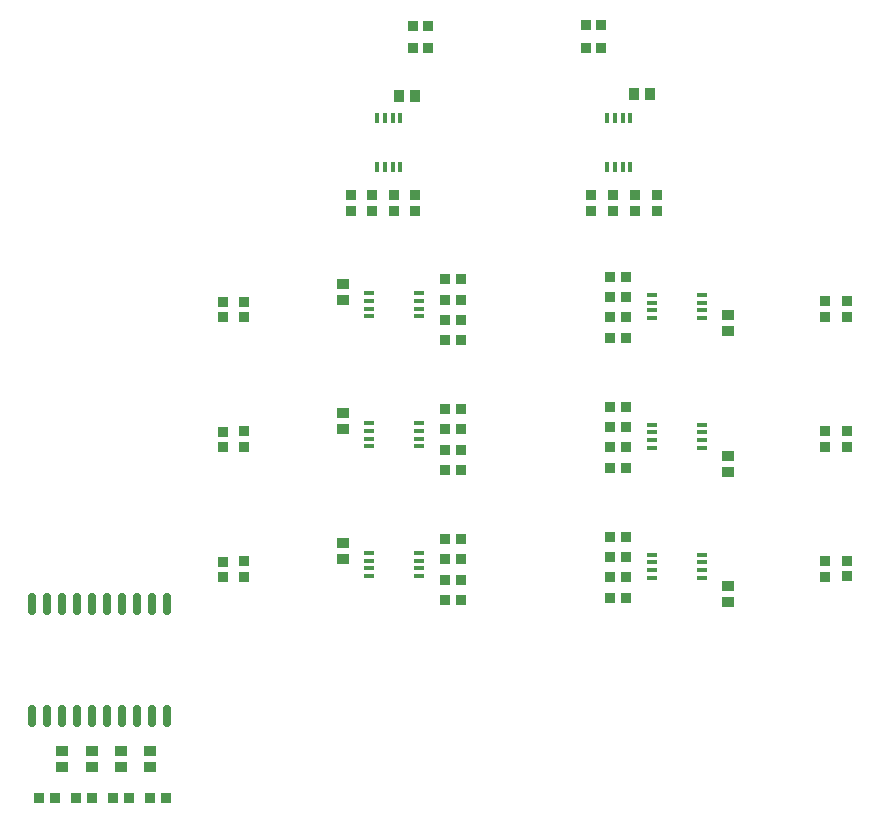
<source format=gbp>
G04*
G04 #@! TF.GenerationSoftware,Altium Limited,Altium Designer,20.0.13 (296)*
G04*
G04 Layer_Color=128*
%FSLAX25Y25*%
%MOIN*%
G70*
G01*
G75*
G04:AMPARAMS|DCode=15|XSize=23.62mil|YSize=74.8mil|CornerRadius=5.91mil|HoleSize=0mil|Usage=FLASHONLY|Rotation=180.000|XOffset=0mil|YOffset=0mil|HoleType=Round|Shape=RoundedRectangle|*
%AMROUNDEDRECTD15*
21,1,0.02362,0.06299,0,0,180.0*
21,1,0.01181,0.07480,0,0,180.0*
1,1,0.01181,-0.00591,0.03150*
1,1,0.01181,0.00591,0.03150*
1,1,0.01181,0.00591,-0.03150*
1,1,0.01181,-0.00591,-0.03150*
%
%ADD15ROUNDEDRECTD15*%
%ADD19R,0.03740X0.03347*%
%ADD20R,0.03937X0.03543*%
%ADD21R,0.03543X0.03937*%
%ADD22R,0.03347X0.03740*%
G04:AMPARAMS|DCode=63|XSize=16.54mil|YSize=35mil|CornerRadius=4.13mil|HoleSize=0mil|Usage=FLASHONLY|Rotation=90.000|XOffset=0mil|YOffset=0mil|HoleType=Round|Shape=RoundedRectangle|*
%AMROUNDEDRECTD63*
21,1,0.01654,0.02673,0,0,90.0*
21,1,0.00827,0.03500,0,0,90.0*
1,1,0.00827,0.01337,0.00413*
1,1,0.00827,0.01337,-0.00413*
1,1,0.00827,-0.01337,-0.00413*
1,1,0.00827,-0.01337,0.00413*
%
%ADD63ROUNDEDRECTD63*%
G04:AMPARAMS|DCode=64|XSize=16.54mil|YSize=35mil|CornerRadius=4.13mil|HoleSize=0mil|Usage=FLASHONLY|Rotation=180.000|XOffset=0mil|YOffset=0mil|HoleType=Round|Shape=RoundedRectangle|*
%AMROUNDEDRECTD64*
21,1,0.01654,0.02673,0,0,180.0*
21,1,0.00827,0.03500,0,0,180.0*
1,1,0.00827,-0.00413,0.01337*
1,1,0.00827,0.00413,0.01337*
1,1,0.00827,0.00413,-0.01337*
1,1,0.00827,-0.00413,-0.01337*
%
%ADD64ROUNDEDRECTD64*%
D15*
X81918Y73561D02*
D03*
X76917D02*
D03*
X71917D02*
D03*
X66918D02*
D03*
X61918D02*
D03*
X56918D02*
D03*
X51917D02*
D03*
X46918D02*
D03*
X41917D02*
D03*
X36917D02*
D03*
X81918Y110962D02*
D03*
X76917D02*
D03*
X71917D02*
D03*
X66918D02*
D03*
X61918D02*
D03*
X56918D02*
D03*
X51917D02*
D03*
X46918D02*
D03*
X41917D02*
D03*
X36917D02*
D03*
D19*
X301300Y125192D02*
D03*
Y120074D02*
D03*
X308450Y120130D02*
D03*
Y125248D02*
D03*
Y163437D02*
D03*
Y168555D02*
D03*
X301300Y168499D02*
D03*
Y163381D02*
D03*
Y211806D02*
D03*
Y206688D02*
D03*
X308450Y206744D02*
D03*
Y211862D02*
D03*
X223271Y247147D02*
D03*
Y242029D02*
D03*
X230634Y242029D02*
D03*
Y247147D02*
D03*
X237997Y247147D02*
D03*
Y242029D02*
D03*
X245360Y242029D02*
D03*
Y247147D02*
D03*
X157413Y242029D02*
D03*
Y247147D02*
D03*
X150314Y247147D02*
D03*
Y242029D02*
D03*
X164512Y247147D02*
D03*
Y242029D02*
D03*
X107685Y206675D02*
D03*
Y211793D02*
D03*
X100536Y211738D02*
D03*
Y206620D02*
D03*
Y168431D02*
D03*
Y163313D02*
D03*
X107685Y163368D02*
D03*
Y168486D02*
D03*
X100536Y125124D02*
D03*
Y120006D02*
D03*
X107685Y125179D02*
D03*
Y120061D02*
D03*
X143215Y247147D02*
D03*
Y242029D02*
D03*
D20*
X268776Y116828D02*
D03*
Y111513D02*
D03*
Y160135D02*
D03*
Y154820D02*
D03*
X140503Y212455D02*
D03*
Y217769D02*
D03*
Y169147D02*
D03*
Y174462D02*
D03*
Y125840D02*
D03*
Y131155D02*
D03*
X46885Y62015D02*
D03*
Y56700D02*
D03*
X56710Y62015D02*
D03*
Y56700D02*
D03*
X66536Y62015D02*
D03*
Y56700D02*
D03*
X76361Y62015D02*
D03*
Y56700D02*
D03*
X268700Y201916D02*
D03*
Y207230D02*
D03*
D21*
X237644Y280997D02*
D03*
X242959D02*
D03*
X159325Y280213D02*
D03*
X164640D02*
D03*
D22*
X234770Y133374D02*
D03*
X229652D02*
D03*
X229652Y126619D02*
D03*
X234770D02*
D03*
X234770Y119865D02*
D03*
X229652D02*
D03*
X229652Y113111D02*
D03*
X234770D02*
D03*
X234770Y176681D02*
D03*
X229652D02*
D03*
X229652Y169927D02*
D03*
X234770D02*
D03*
X234770Y163172D02*
D03*
X229652D02*
D03*
X229652Y156418D02*
D03*
X234770D02*
D03*
X229652Y199725D02*
D03*
X234770D02*
D03*
X234770Y206479D02*
D03*
X229652D02*
D03*
X229652Y213234D02*
D03*
X234770D02*
D03*
X234770Y219988D02*
D03*
X229652D02*
D03*
X226642Y304007D02*
D03*
X221524D02*
D03*
X221524Y296298D02*
D03*
X226642D02*
D03*
X168918Y303588D02*
D03*
X163800D02*
D03*
X163815Y296362D02*
D03*
X168933D02*
D03*
X174679Y198953D02*
D03*
X179797D02*
D03*
X179797Y205707D02*
D03*
X174679D02*
D03*
X174679Y212461D02*
D03*
X179797D02*
D03*
X179797Y219215D02*
D03*
X174679D02*
D03*
X179797Y175908D02*
D03*
X174679D02*
D03*
X174679Y169154D02*
D03*
X179797D02*
D03*
X179797Y162400D02*
D03*
X174679D02*
D03*
X174679Y155646D02*
D03*
X179797D02*
D03*
X174679Y112339D02*
D03*
X179797D02*
D03*
X179797Y119093D02*
D03*
X174679D02*
D03*
X179797Y132601D02*
D03*
X174679D02*
D03*
X174679Y125847D02*
D03*
X179797D02*
D03*
X39282Y46368D02*
D03*
X44400D02*
D03*
X51609D02*
D03*
X56727D02*
D03*
X63935D02*
D03*
X69053D02*
D03*
X76262D02*
D03*
X81380D02*
D03*
D63*
X260152Y127391D02*
D03*
Y124832D02*
D03*
Y122273D02*
D03*
Y119714D02*
D03*
X243573Y127391D02*
D03*
Y124832D02*
D03*
Y122273D02*
D03*
Y119714D02*
D03*
X260152Y170698D02*
D03*
Y168139D02*
D03*
Y165580D02*
D03*
Y163021D02*
D03*
X243573Y170698D02*
D03*
Y168139D02*
D03*
Y165580D02*
D03*
Y163021D02*
D03*
X260152Y214005D02*
D03*
Y211446D02*
D03*
Y208887D02*
D03*
Y206328D02*
D03*
X243573Y214005D02*
D03*
Y211446D02*
D03*
Y208887D02*
D03*
Y206328D02*
D03*
X149297Y206875D02*
D03*
Y209434D02*
D03*
Y211993D02*
D03*
Y214552D02*
D03*
X165876Y206875D02*
D03*
Y209434D02*
D03*
Y211993D02*
D03*
Y214552D02*
D03*
X149297Y163568D02*
D03*
Y166127D02*
D03*
Y168686D02*
D03*
Y171245D02*
D03*
X165876Y163568D02*
D03*
Y166127D02*
D03*
Y168686D02*
D03*
Y171245D02*
D03*
X149297Y120261D02*
D03*
Y122820D02*
D03*
Y125379D02*
D03*
Y127938D02*
D03*
X165876Y120261D02*
D03*
Y122820D02*
D03*
Y125379D02*
D03*
Y127938D02*
D03*
D64*
X228597Y273120D02*
D03*
X231156D02*
D03*
X233715D02*
D03*
X236274D02*
D03*
X228597Y256542D02*
D03*
X231156D02*
D03*
X233715D02*
D03*
X236274D02*
D03*
X159677D02*
D03*
X157117D02*
D03*
X154558D02*
D03*
X151999D02*
D03*
X159677Y273120D02*
D03*
X157117D02*
D03*
X154558D02*
D03*
X151999D02*
D03*
M02*

</source>
